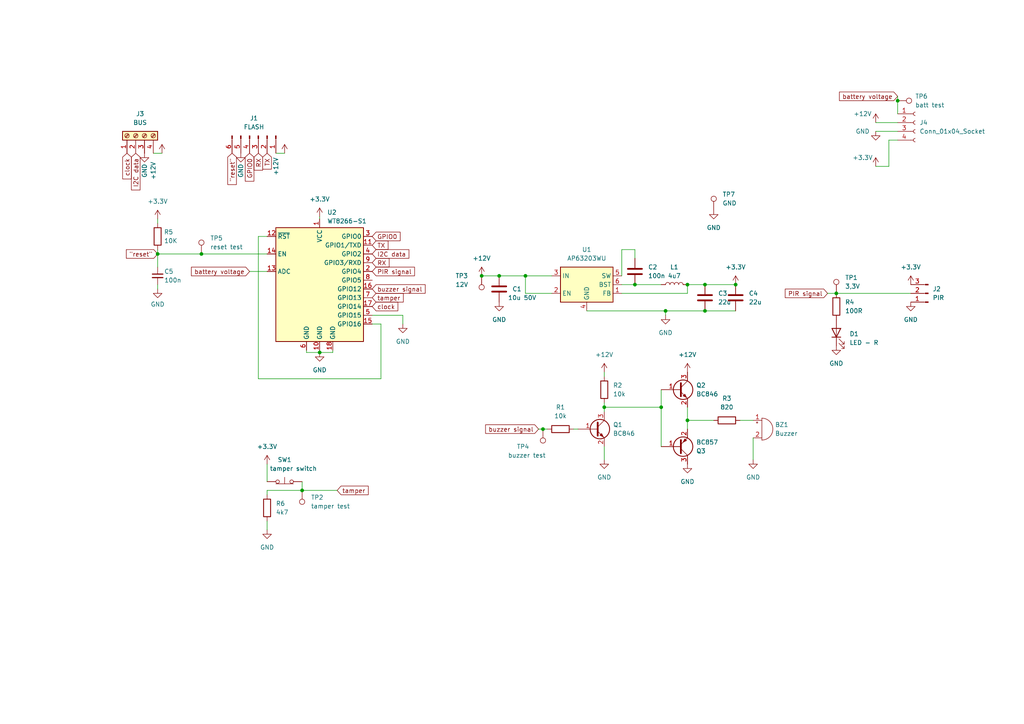
<source format=kicad_sch>
(kicad_sch (version 20230121) (generator eeschema)
  (paper "A4")
  (title_block (title "Q PIR") (rev "5") (company "Radim Kolář, Tomáš Bezányi"))
  (lib_symbols
    (symbol "+12V_1" (power) (pin_numbers hide) (pin_names (offset 0) hide)
      (property "Value" "+12V_1" (at 0 3.556 0))
      (symbol "+12V_1_0_1"
        (polyline (pts (xy -0.762 1.27) (xy 0 2.54)))
        (polyline (pts (xy 0 0) (xy 0 2.54)))
        (polyline (pts (xy 0 2.54) (xy 0.762 1.27)))
      )
      (symbol "+12V_1_1_1"
        (pin power_in line (at 0 0 90) (length 0) hide (name "+12V") (number "1"))
      )
    )
    (symbol "+12V_2" (power) (pin_numbers hide) (pin_names (offset 0) hide)
      (property "Value" "+12V_2" (at 0 3.556 0))
      (symbol "+12V_2_0_1"
        (polyline (pts (xy -0.762 1.27) (xy 0 2.54)))
        (polyline (pts (xy 0 0) (xy 0 2.54)))
        (polyline (pts (xy 0 2.54) (xy 0.762 1.27)))
      )
      (symbol "+12V_2_1_1"
        (pin power_in line (at 0 0 90) (length 0) hide (name "+12V") (number "1"))
      )
    )
    (symbol "+3.3V_1" (power) (pin_numbers hide) (pin_names (offset 0) hide)
      (property "Value" "+3.3V_1" (at 0 3.556 0))
      (symbol "+3.3V_1_0_1"
        (polyline (pts (xy -0.762 1.27) (xy 0 2.54)))
        (polyline (pts (xy 0 0) (xy 0 2.54)))
        (polyline (pts (xy 0 2.54) (xy 0.762 1.27)))
      )
      (symbol "+3.3V_1_1_1"
        (pin power_in line (at 0 0 90) (length 0) hide (name "+3.3V") (number "1"))
      )
    )
    (symbol "+3.3V_2" (power) (pin_names (offset 0))
      (property "Value" "+3.3V_2" (at 0 3.556 0))
      (symbol "+3.3V_2_0_1"
        (polyline (pts (xy -0.762 1.27) (xy 0 2.54)))
        (polyline (pts (xy 0 0) (xy 0 2.54)))
        (polyline (pts (xy 0 2.54) (xy 0.762 1.27)))
      )
      (symbol "+3.3V_2_1_1"
        (pin power_in line (at 0 0 90) (length 0) hide (name "+3.3V") (number "1"))
      )
    )
    (symbol "+3.3V_3" (power) (pin_names (offset 0))
      (property "Value" "+3.3V_3" (at 0 3.556 0))
      (symbol "+3.3V_3_0_1"
        (polyline (pts (xy -0.762 1.27) (xy 0 2.54)))
        (polyline (pts (xy 0 0) (xy 0 2.54)))
        (polyline (pts (xy 0 2.54) (xy 0.762 1.27)))
      )
      (symbol "+3.3V_3_1_1"
        (pin power_in line (at 0 0 90) (length 0) hide (name "+3.3V") (number "1"))
      )
    )
    (symbol "+3.3V_4" (power) (pin_names (offset 0))
      (property "Value" "+3.3V_4" (at 0 3.556 0))
      (symbol "+3.3V_4_0_1"
        (polyline (pts (xy -0.762 1.27) (xy 0 2.54)))
        (polyline (pts (xy 0 0) (xy 0 2.54)))
        (polyline (pts (xy 0 2.54) (xy 0.762 1.27)))
      )
      (symbol "+3.3V_4_1_1"
        (pin power_in line (at 0 0 90) (length 0) hide (name "+3.3V") (number "1"))
      )
    )
    (symbol "Connector:Conn_01x03_Pin" (pin_names (offset 1.016) hide)
      (property "Reference" "J" (at 0 5.08 0))
      (property "Value" "Conn_01x03_Pin" (at 0 -5.08 0))
      (symbol "Conn_01x03_Pin_1_1"
        (polyline (pts (xy 1.27 -2.54) (xy 0.8636 -2.54)) (stroke (width 0.1524)))
        (polyline (pts (xy 1.27 0) (xy 0.8636 0)) (stroke (width 0.1524)))
        (polyline (pts (xy 1.27 2.54) (xy 0.8636 2.54)) (stroke (width 0.1524)))
        (rectangle (start 0.8636 -2.413) (end 0 -2.667) (stroke (width 0.1524)) (fill (type outline)))
        (rectangle (start 0.8636 0.127) (end 0 -0.127) (stroke (width 0.1524)) (fill (type outline)))
        (rectangle (start 0.8636 2.667) (end 0 2.413) (stroke (width 0.1524)) (fill (type outline)))
        (pin passive line (at 5.08 2.54 180) (length 3.81) (name "Pin_1") (number "1"))
        (pin passive line (at 5.08 0 180) (length 3.81) (name "Pin_2") (number "2"))
        (pin passive line (at 5.08 -2.54 180) (length 3.81) (name "Pin_3") (number "3"))
      )
    )
    (symbol "Connector:Conn_01x04_Socket" (pin_names (offset 1.016) hide)
      (property "Reference" "J" (at 0 5.08 0))
      (property "Value" "Conn_01x04_Socket" (at 0 -7.62 0))
      (symbol "Conn_01x04_Socket_1_1"
        (arc (start 0 -4.572) (mid -0.5058 -5.08) (end 0 -5.588) (stroke (width 0.1524)))
        (arc (start 0 -2.032) (mid -0.5058 -2.54) (end 0 -3.048) (stroke (width 0.1524)))
        (polyline (pts (xy -1.27 -5.08) (xy -0.508 -5.08)) (stroke (width 0.1524)))
        (polyline (pts (xy -1.27 -2.54) (xy -0.508 -2.54)) (stroke (width 0.1524)))
        (polyline (pts (xy -1.27 0) (xy -0.508 0)) (stroke (width 0.1524)))
        (polyline (pts (xy -1.27 2.54) (xy -0.508 2.54)) (stroke (width 0.1524)))
        (arc (start 0 0.508) (mid -0.5058 0) (end 0 -0.508) (stroke (width 0.1524)))
        (arc (start 0 3.048) (mid -0.5058 2.54) (end 0 2.032) (stroke (width 0.1524)))
        (pin passive line (at -5.08 2.54 0) (length 3.81) (name "Pin_1") (number "1"))
        (pin passive line (at -5.08 0 0) (length 3.81) (name "Pin_2") (number "2"))
        (pin passive line (at -5.08 -2.54 0) (length 3.81) (name "Pin_3") (number "3"))
        (pin passive line (at -5.08 -5.08 0) (length 3.81) (name "Pin_4") (number "4"))
      )
    )
    (symbol "Connector:Conn_01x06_Pin" (pin_names (offset 1.016) hide)
      (property "Reference" "J" (at 0 7.62 0))
      (property "Value" "Conn_01x06_Pin" (at 0 -10.16 0))
      (symbol "Conn_01x06_Pin_1_1"
        (polyline (pts (xy 1.27 -7.62) (xy 0.8636 -7.62)) (stroke (width 0.1524)))
        (polyline (pts (xy 1.27 -5.08) (xy 0.8636 -5.08)) (stroke (width 0.1524)))
        (polyline (pts (xy 1.27 -2.54) (xy 0.8636 -2.54)) (stroke (width 0.1524)))
        (polyline (pts (xy 1.27 0) (xy 0.8636 0)) (stroke (width 0.1524)))
        (polyline (pts (xy 1.27 2.54) (xy 0.8636 2.54)) (stroke (width 0.1524)))
        (polyline (pts (xy 1.27 5.08) (xy 0.8636 5.08)) (stroke (width 0.1524)))
        (rectangle (start 0.8636 -7.493) (end 0 -7.747) (stroke (width 0.1524)) (fill (type outline)))
        (rectangle (start 0.8636 -4.953) (end 0 -5.207) (stroke (width 0.1524)) (fill (type outline)))
        (rectangle (start 0.8636 -2.413) (end 0 -2.667) (stroke (width 0.1524)) (fill (type outline)))
        (rectangle (start 0.8636 0.127) (end 0 -0.127) (stroke (width 0.1524)) (fill (type outline)))
        (rectangle (start 0.8636 2.667) (end 0 2.413) (stroke (width 0.1524)) (fill (type outline)))
        (rectangle (start 0.8636 5.207) (end 0 4.953) (stroke (width 0.1524)) (fill (type outline)))
        (pin passive line (at 5.08 5.08 180) (length 3.81) (name "Pin_1") (number "1"))
        (pin passive line (at 5.08 2.54 180) (length 3.81) (name "Pin_2") (number "2"))
        (pin passive line (at 5.08 0 180) (length 3.81) (name "Pin_3") (number "3"))
        (pin passive line (at 5.08 -2.54 180) (length 3.81) (name "Pin_4") (number "4"))
        (pin passive line (at 5.08 -5.08 180) (length 3.81) (name "Pin_5") (number "5"))
        (pin passive line (at 5.08 -7.62 180) (length 3.81) (name "Pin_6") (number "6"))
      )
    )
    (symbol "Connector:Screw_Terminal_01x04" (pin_names (offset 1.016) hide)
      (property "Reference" "J" (at 0 5.08 0))
      (property "Value" "Screw_Terminal_01x04" (at 0 -7.62 0))
      (symbol "Screw_Terminal_01x04_1_1"
        (rectangle (start -1.27 3.81) (end 1.27 -6.35) (stroke (width 0.254)) (fill (type background)))
        (circle (center 0 -5.08) (radius 0.635) (stroke (width 0.1524)))
        (circle (center 0 -2.54) (radius 0.635) (stroke (width 0.1524)))
        (polyline (pts (xy -0.5334 -4.7498) (xy 0.3302 -5.588)) (stroke (width 0.1524)))
        (polyline (pts (xy -0.5334 -2.2098) (xy 0.3302 -3.048)) (stroke (width 0.1524)))
        (polyline (pts (xy -0.5334 0.3302) (xy 0.3302 -0.508)) (stroke (width 0.1524)))
        (polyline (pts (xy -0.5334 2.8702) (xy 0.3302 2.032)) (stroke (width 0.1524)))
        (polyline (pts (xy -0.3556 -4.572) (xy 0.508 -5.4102)) (stroke (width 0.1524)))
        (polyline (pts (xy -0.3556 -2.032) (xy 0.508 -2.8702)) (stroke (width 0.1524)))
        (polyline (pts (xy -0.3556 0.508) (xy 0.508 -0.3302)) (stroke (width 0.1524)))
        (polyline (pts (xy -0.3556 3.048) (xy 0.508 2.2098)) (stroke (width 0.1524)))
        (circle (center 0 0) (radius 0.635) (stroke (width 0.1524)))
        (circle (center 0 2.54) (radius 0.635) (stroke (width 0.1524)))
        (pin passive line (at -5.08 2.54 0) (length 3.81) (name "Pin_1") (number "1"))
        (pin passive line (at -5.08 0 0) (length 3.81) (name "Pin_2") (number "2"))
        (pin passive line (at -5.08 -2.54 0) (length 3.81) (name "Pin_3") (number "3"))
        (pin passive line (at -5.08 -5.08 0) (length 3.81) (name "Pin_4") (number "4"))
      )
    )
    (symbol "Connector:TestPoint" (pin_numbers hide) (pin_names (offset 0.762) hide)
      (property "Reference" "TP" (at 0 6.858 0))
      (property "Value" "TestPoint" (at 0 5.08 0))
      (symbol "TestPoint_0_1"
        (circle (center 0 3.302) (radius 0.762))
      )
      (symbol "TestPoint_1_1"
        (pin passive line (at 0 0 90) (length 2.54) (name "1") (number "1"))
      )
    )
    (symbol "Device:Buzzer" (pin_names (offset 0.0254) hide)
      (property "Reference" "BZ" (at 3.81 1.27 0))
      (property "Value" "Buzzer" (at 3.81 -1.27 0))
      (symbol "Buzzer_0_1"
        (arc (start 0 -3.175) (mid 3.1612 0) (end 0 3.175))
        (polyline (pts (xy -1.651 1.905) (xy -1.143 1.905)))
        (polyline (pts (xy -1.397 2.159) (xy -1.397 1.651)))
        (polyline (pts (xy 0 3.175) (xy 0 -3.175)))
      )
      (symbol "Buzzer_1_1"
        (pin passive line (at -2.54 2.54 0) (length 2.54) (name "-") (number "1"))
        (pin passive line (at -2.54 -2.54 0) (length 2.54) (name "+") (number "2"))
      )
    )
    (symbol "Device:C" (pin_numbers hide) (pin_names (offset 0.254))
      (property "Reference" "C" (at 0.635 2.54 0))
      (property "Value" "C" (at 0.635 -2.54 0))
      (symbol "C_0_1"
        (polyline (pts (xy -2.032 -0.762) (xy 2.032 -0.762)) (stroke (width 0.508)))
        (polyline (pts (xy -2.032 0.762) (xy 2.032 0.762)) (stroke (width 0.508)))
      )
      (symbol "C_1_1"
        (pin passive line (at 0 3.81 270) (length 2.794) (name "~") (number "1"))
        (pin passive line (at 0 -3.81 90) (length 2.794) (name "~") (number "2"))
      )
    )
    (symbol "Device:C_Small" (pin_numbers hide) (pin_names (offset 0.254) hide)
      (property "Reference" "C" (at 0.254 1.778 0))
      (property "Value" "C_Small" (at 0.254 -2.032 0))
      (symbol "C_Small_0_1"
        (polyline (pts (xy -1.524 -0.508) (xy 1.524 -0.508)) (stroke (width 0.3302)))
        (polyline (pts (xy -1.524 0.508) (xy 1.524 0.508)) (stroke (width 0.3048)))
      )
      (symbol "C_Small_1_1"
        (pin passive line (at 0 2.54 270) (length 2.032) (name "~") (number "1"))
        (pin passive line (at 0 -2.54 90) (length 2.032) (name "~") (number "2"))
      )
    )
    (symbol "Device:L" (pin_numbers hide) (pin_names (offset 1.016) hide)
      (property "Reference" "L" (at -1.27 0 90))
      (property "Value" "L" (at 1.905 0 90))
      (symbol "L_0_1"
        (arc (start 0 -2.54) (mid 0.6323 -1.905) (end 0 -1.27))
        (arc (start 0 -1.27) (mid 0.6323 -0.635) (end 0 0))
        (arc (start 0 0) (mid 0.6323 0.635) (end 0 1.27))
        (arc (start 0 1.27) (mid 0.6323 1.905) (end 0 2.54))
      )
      (symbol "L_1_1"
        (pin passive line (at 0 3.81 270) (length 1.27) (name "1") (number "1"))
        (pin passive line (at 0 -3.81 90) (length 1.27) (name "2") (number "2"))
      )
    )
    (symbol "Device:LED" (pin_numbers hide) (pin_names (offset 1.016) hide)
      (property "Reference" "D" (at 0 2.54 0))
      (property "Value" "LED" (at 0 -2.54 0))
      (symbol "LED_0_1"
        (polyline (pts (xy -1.27 -1.27) (xy -1.27 1.27)) (stroke (width 0.254)))
        (polyline (pts (xy -1.27 0) (xy 1.27 0)))
        (polyline (pts (xy 1.27 -1.27) (xy 1.27 1.27) (xy -1.27 0) (xy 1.27 -1.27)) (stroke (width 0.254)))
        (polyline (pts (xy -3.048 -0.762) (xy -4.572 -2.286) (xy -3.81 -2.286) (xy -4.572 -2.286) (xy -4.572 -1.524)))
        (polyline (pts (xy -1.778 -0.762) (xy -3.302 -2.286) (xy -2.54 -2.286) (xy -3.302 -2.286) (xy -3.302 -1.524)))
      )
      (symbol "LED_1_1"
        (pin passive line (at -3.81 0 0) (length 2.54) (name "K") (number "1"))
        (pin passive line (at 3.81 0 180) (length 2.54) (name "A") (number "2"))
      )
    )
    (symbol "Device:R" (pin_numbers hide) (pin_names (offset 0))
      (property "Reference" "R" (at 2.032 0 90))
      (property "Value" "R" (at 0 0 90))
      (symbol "R_0_1"
        (rectangle (start -1.016 -2.54) (end 1.016 2.54) (stroke (width 0.254)))
      )
      (symbol "R_1_1"
        (pin passive line (at 0 3.81 270) (length 1.27) (name "~") (number "1"))
        (pin passive line (at 0 -3.81 90) (length 1.27) (name "~") (number "2"))
      )
    )
    (symbol "GND_1" (power) (pin_numbers hide) (pin_names (offset 0) hide)
      (property "Value" "GND_1" (at 0 -3.81 0))
      (symbol "GND_1_0_1"
        (polyline (pts (xy 0 0) (xy 0 -1.27) (xy 1.27 -1.27) (xy 0 -2.54) (xy -1.27 -1.27) (xy 0 -1.27)))
      )
      (symbol "GND_1_1_1"
        (pin power_in line (at 0 0 270) (length 0) hide (name "GND") (number "1"))
      )
    )
    (symbol "GND_2" (power) (pin_numbers hide) (pin_names (offset 0) hide)
      (property "Value" "GND_2" (at 0 -3.81 0))
      (symbol "GND_2_0_1"
        (polyline (pts (xy 0 0) (xy 0 -1.27) (xy 1.27 -1.27) (xy 0 -2.54) (xy -1.27 -1.27) (xy 0 -1.27)))
      )
      (symbol "GND_2_1_1"
        (pin power_in line (at 0 0 270) (length 0) hide (name "GND") (number "1"))
      )
    )
    (symbol "GND_3" (power) (pin_numbers hide) (pin_names (offset 0) hide)
      (property "Value" "GND_3" (at 0 -3.81 0))
      (symbol "GND_3_0_1"
        (polyline (pts (xy 0 0) (xy 0 -1.27) (xy 1.27 -1.27) (xy 0 -2.54) (xy -1.27 -1.27) (xy 0 -1.27)))
      )
      (symbol "GND_3_1_1"
        (pin power_in line (at 0 0 270) (length 0) hide (name "GND") (number "1"))
      )
    )
    (symbol "GND_4" (power) (pin_numbers hide) (pin_names (offset 0) hide)
      (property "Value" "GND_4" (at 0 -3.81 0))
      (symbol "GND_4_0_1"
        (polyline (pts (xy 0 0) (xy 0 -1.27) (xy 1.27 -1.27) (xy 0 -2.54) (xy -1.27 -1.27) (xy 0 -1.27)))
      )
      (symbol "GND_4_1_1"
        (pin power_in line (at 0 0 270) (length 0) hide (name "GND") (number "1"))
      )
    )
    (symbol "GND_5" (power) (pin_numbers hide) (pin_names (offset 0) hide)
      (property "Value" "GND_5" (at 0 -3.81 0))
      (symbol "GND_5_0_1"
        (polyline (pts (xy 0 0) (xy 0 -1.27) (xy 1.27 -1.27) (xy 0 -2.54) (xy -1.27 -1.27) (xy 0 -1.27)))
      )
      (symbol "GND_5_1_1"
        (pin power_in line (at 0 0 270) (length 0) hide (name "GND") (number "1"))
      )
    )
    (symbol "GND_6" (power) (pin_names (offset 0))
      (property "Value" "GND_6" (at 0 -3.81 0))
      (symbol "GND_6_0_1"
        (polyline (pts (xy 0 0) (xy 0 -1.27) (xy 1.27 -1.27) (xy 0 -2.54) (xy -1.27 -1.27) (xy 0 -1.27)))
      )
      (symbol "GND_6_1_1"
        (pin power_in line (at 0 0 270) (length 0) hide (name "GND") (number "1"))
      )
    )
    (symbol "GND_7" (power) (pin_names (offset 0))
      (property "Value" "GND_7" (at 0 -3.81 0))
      (symbol "GND_7_0_1"
        (polyline (pts (xy 0 0) (xy 0 -1.27) (xy 1.27 -1.27) (xy 0 -2.54) (xy -1.27 -1.27) (xy 0 -1.27)))
      )
      (symbol "GND_7_1_1"
        (pin power_in line (at 0 0 270) (length 0) hide (name "GND") (number "1"))
      )
    )
    (symbol "GND_8" (power) (pin_names (offset 0))
      (property "Value" "GND_8" (at 0 -3.81 0))
      (symbol "GND_8_0_1"
        (polyline (pts (xy 0 0) (xy 0 -1.27) (xy 1.27 -1.27) (xy 0 -2.54) (xy -1.27 -1.27) (xy 0 -1.27)))
      )
      (symbol "GND_8_1_1"
        (pin power_in line (at 0 0 270) (length 0) hide (name "GND") (number "1"))
      )
    )
    (symbol "GND_9" (power) (pin_names (offset 0))
      (property "Value" "GND_9" (at 0 -3.81 0))
      (symbol "GND_9_0_1"
        (polyline (pts (xy 0 0) (xy 0 -1.27) (xy 1.27 -1.27) (xy 0 -2.54) (xy -1.27 -1.27) (xy 0 -1.27)))
      )
      (symbol "GND_9_1_1"
        (pin power_in line (at 0 0 270) (length 0) hide (name "GND") (number "1"))
      )
    )
    (symbol "Regulator_Switching:AP63203WU"
      (property "Reference" "U" (at -7.62 6.35 0))
      (property "Value" "AP63203WU" (at 2.54 6.35 0))
      (symbol "AP63203WU_0_1"
        (rectangle (start -7.62 5.08) (end 7.62 -5.08) (stroke (width 0.254)) (fill (type background)))
      )
      (symbol "AP63203WU_1_1"
        (pin input line (at 10.16 -2.54 180) (length 2.54) (name "FB") (number "1"))
        (pin input line (at -10.16 -2.54 0) (length 2.54) (name "EN") (number "2"))
        (pin power_in line (at -10.16 2.54 0) (length 2.54) (name "IN") (number "3"))
        (pin power_in line (at 0 -7.62 90) (length 2.54) (name "GND") (number "4"))
        (pin output line (at 10.16 2.54 180) (length 2.54) (name "SW") (number "5"))
        (pin passive line (at 10.16 0 180) (length 2.54) (name "BST") (number "6"))
      )
    )
    (symbol "Switch:SW_Push_Open" (pin_numbers hide) (pin_names (offset 1.016) hide)
      (property "Reference" "SW" (at 0 2.54 0))
      (property "Value" "SW_Push_Open" (at 0 -1.905 0))
      (symbol "SW_Push_Open_0_1"
        (circle (center -2.032 0) (radius 0.508))
        (polyline (pts (xy -2.54 -0.635) (xy 2.54 -0.635)))
        (polyline (pts (xy 0 -0.635) (xy 0 1.27)))
        (circle (center 2.032 0) (radius 0.508))
        (pin passive line (at -5.08 0 0) (length 2.54) (name "A") (number "1"))
      )
      (symbol "SW_Push_Open_1_1"
        (pin passive line (at 5.08 0 180) (length 2.54) (name "B") (number "2"))
      )
    )
    (symbol "Transistor_BJT:BC846" (pin_names (offset 0) hide)
      (property "Reference" "Q" (at 5.08 1.905 0))
      (property "Value" "BC846" (at 5.08 0 0))
      (symbol "BC846_0_1"
        (polyline (pts (xy 0.635 0.635) (xy 2.54 2.54)))
        (polyline (pts (xy 0.635 -0.635) (xy 2.54 -2.54) (xy 2.54 -2.54)))
        (polyline (pts (xy 0.635 1.905) (xy 0.635 -1.905) (xy 0.635 -1.905)) (stroke (width 0.508)))
        (polyline (pts (xy 1.27 -1.778) (xy 1.778 -1.27) (xy 2.286 -2.286) (xy 1.27 -1.778) (xy 1.27 -1.778)) (fill (type outline)))
        (circle (center 1.27 0) (radius 2.8194) (stroke (width 0.254)))
      )
      (symbol "BC846_1_1"
        (pin input line (at -5.08 0 0) (length 5.715) (name "B") (number "1"))
        (pin passive line (at 2.54 -5.08 90) (length 2.54) (name "E") (number "2"))
        (pin passive line (at 2.54 5.08 270) (length 2.54) (name "C") (number "3"))
      )
    )
    (symbol "Transistor_BJT:BC857" (pin_names (offset 0) hide)
      (property "Reference" "Q" (at 5.08 1.905 0))
      (property "Value" "BC857" (at 5.08 0 0))
      (symbol "BC857_0_1"
        (polyline (pts (xy 0.635 0.635) (xy 2.54 2.54)))
        (polyline (pts (xy 0.635 -0.635) (xy 2.54 -2.54) (xy 2.54 -2.54)))
        (polyline (pts (xy 0.635 1.905) (xy 0.635 -1.905) (xy 0.635 -1.905)) (stroke (width 0.508)))
        (polyline (pts (xy 2.286 -1.778) (xy 1.778 -2.286) (xy 1.27 -1.27) (xy 2.286 -1.778) (xy 2.286 -1.778)) (fill (type outline)))
        (circle (center 1.27 0) (radius 2.8194) (stroke (width 0.254)))
      )
      (symbol "BC857_1_1"
        (pin input line (at -5.08 0 0) (length 5.715) (name "B") (number "1"))
        (pin passive line (at 2.54 -5.08 90) (length 2.54) (name "E") (number "2"))
        (pin passive line (at 2.54 5.08 270) (length 2.54) (name "C") (number "3"))
      )
    )
    (symbol "WT8266:WT8266-S1"
      (property "Reference" "U" (at -12.7 19.05 0))
      (property "Value" "WT8266-S1" (at 12.7 19.05 0))
      (symbol "WT8266-S1_0_1"
        (rectangle (start -12.7 17.78) (end 12.7 -15.24) (stroke (width 0.254)) (fill (type background)))
      )
      (symbol "WT8266-S1_1_1"
        (pin power_in line (at 0 20.32 270) (length 2.54) (name "VCC") (number "1"))
        (pin power_in line (at 0 -17.78 90) (length 2.54) (name "GND") (number "10"))
        (pin bidirectional line (at 15.24 12.7 180) (length 2.54) (name "GPIO1/TXD") (number "11"))
        (pin input line (at -15.24 15.24 0) (length 2.54) (name "~{RST}") (number "12"))
        (pin input line (at -15.24 5.08 0) (length 2.54) (name "ADC") (number "13"))
        (pin input line (at -15.24 10.16 0) (length 2.54) (name "EN") (number "14"))
        (pin bidirectional line (at 15.24 -10.16 180) (length 2.54) (name "GPIO16") (number "15"))
        (pin bidirectional line (at 15.24 0 180) (length 2.54) (name "GPIO12") (number "16"))
        (pin bidirectional line (at 15.24 -5.08 180) (length 2.54) (name "GPIO14") (number "17"))
        (pin power_in line (at 3.81 -17.78 90) (length 2.54) (name "GND") (number "18"))
        (pin bidirectional line (at 15.24 5.08 180) (length 2.54) (name "GPIO4") (number "2"))
        (pin bidirectional line (at 15.24 15.24 180) (length 2.54) (name "GPIO0") (number "3"))
        (pin bidirectional line (at 15.24 10.16 180) (length 2.54) (name "GPIO2") (number "4"))
        (pin bidirectional line (at 15.24 -7.62 180) (length 2.54) (name "GPIO15") (number "5"))
        (pin power_in line (at -3.81 -17.78 90) (length 2.54) (name "GND") (number "6"))
        (pin bidirectional line (at 15.24 -2.54 180) (length 2.54) (name "GPIO13") (number "7"))
        (pin bidirectional line (at 15.24 2.54 180) (length 2.54) (name "GPIO5") (number "8"))
        (pin bidirectional line (at 15.24 7.62 180) (length 2.54) (name "GPIO3/RXD") (number "9"))
      )
    )
    (symbol "power:+12V" (power) (pin_names (offset 0))
      (property "Value" "+12V" (at 0 3.556 0))
      (symbol "+12V_0_1"
        (polyline (pts (xy -0.762 1.27) (xy 0 2.54)))
        (polyline (pts (xy 0 0) (xy 0 2.54)))
        (polyline (pts (xy 0 2.54) (xy 0.762 1.27)))
      )
      (symbol "+12V_1_1"
        (pin power_in line (at 0 0 90) (length 0) hide (name "+12V") (number "1"))
      )
    )
    (symbol "power:+3.3V" (power) (pin_numbers hide) (pin_names (offset 0) hide)
      (property "Value" "+3.3V" (at 0 3.556 0))
      (symbol "+3.3V_0_1"
        (polyline (pts (xy -0.762 1.27) (xy 0 2.54)))
        (polyline (pts (xy 0 0) (xy 0 2.54)))
        (polyline (pts (xy 0 2.54) (xy 0.762 1.27)))
      )
      (symbol "+3.3V_1_1"
        (pin power_in line (at 0 0 90) (length 0) hide (name "+3.3V") (number "1"))
      )
    )
    (symbol "power:GND" (power) (pin_numbers hide) (pin_names (offset 0) hide)
      (property "Value" "GND" (at 0 -3.81 0))
      (symbol "GND_0_1"
        (polyline (pts (xy 0 0) (xy 0 -1.27) (xy 1.27 -1.27) (xy 0 -2.54) (xy -1.27 -1.27) (xy 0 -1.27)))
      )
      (symbol "GND_1_1"
        (pin power_in line (at 0 0 270) (length 0) hide (name "GND") (number "1"))
      )
    )
  )
  (junction (at 199.39 121.92))
  (junction (at 213.36 82.55))
  (junction (at 193.04 90.17))
  (junction (at 144.78 80.01))
  (junction (at 152.4 80.01))
  (junction (at 92.71 102.235))
  (junction (at 58.42 73.66))
  (junction (at 204.47 90.17))
  (junction (at 139.7 80.01))
  (junction (at 199.39 82.55))
  (junction (at 260.35 29.21))
  (junction (at 87.63 142.24))
  (junction (at 184.15 82.55))
  (junction (at 242.57 85.09))
  (junction (at 45.72 73.66))
  (junction (at 157.48 124.46))
  (junction (at 175.26 118.11))
  (junction (at 191.77 118.11))
  (junction (at 204.47 82.55))
  (wire (pts (xy 92.71 101.6) (xy 92.71 102.235)))
  (wire (pts (xy 160.02 85.09) (xy 152.4 85.09)))
  (wire (pts (xy 193.04 90.17) (xy 193.04 91.44)))
  (wire (pts (xy 80.01 44.45) (xy 82.55 44.45)))
  (wire (pts (xy 152.4 80.01) (xy 160.02 80.01)))
  (wire (pts (xy 175.26 107.95) (xy 175.26 109.22)))
  (wire (pts (xy 97.79 142.24) (xy 87.63 142.24)))
  (wire (pts (xy 92.71 63.5) (xy 92.71 62.865)))
  (wire (pts (xy 116.84 91.44) (xy 116.84 93.98)))
  (wire (pts (xy 74.93 109.855) (xy 74.93 68.58)))
  (wire (pts (xy 254 48.26) (xy 257.81 48.26)))
  (wire (pts (xy 74.93 68.58) (xy 77.47 68.58)))
  (wire (pts (xy 199.39 118.11) (xy 199.39 121.92)))
  (wire (pts (xy 45.72 72.39) (xy 45.72 73.66)))
  (wire (pts (xy 260.35 29.21) (xy 260.35 33.02)))
  (wire (pts (xy 166.37 124.46) (xy 167.64 124.46)))
  (wire (pts (xy 207.01 121.92) (xy 199.39 121.92)))
  (wire (pts (xy 175.26 118.11) (xy 175.26 116.84)))
  (wire (pts (xy 107.95 93.98) (xy 110.49 93.98)))
  (wire (pts (xy 204.47 90.17) (xy 213.36 90.17)))
  (wire (pts (xy 107.95 91.44) (xy 116.84 91.44)))
  (wire (pts (xy 88.9 102.235) (xy 92.71 102.235)))
  (wire (pts (xy 45.72 63.5) (xy 45.72 64.77)))
  (wire (pts (xy 45.72 82.55) (xy 45.72 83.82)))
  (wire (pts (xy 157.48 124.46) (xy 158.75 124.46)))
  (wire (pts (xy 254 35.56) (xy 260.35 35.56)))
  (wire (pts (xy 45.72 73.66) (xy 58.42 73.66)))
  (wire (pts (xy 139.7 80.01) (xy 144.78 80.01)))
  (wire (pts (xy 240.03 85.09) (xy 242.57 85.09)))
  (wire (pts (xy 180.34 80.01) (xy 180.34 72.39)))
  (wire (pts (xy 260.35 40.64) (xy 257.81 40.64)))
  (wire (pts (xy 144.78 80.01) (xy 152.4 80.01)))
  (wire (pts (xy 175.26 118.11) (xy 191.77 118.11)))
  (wire (pts (xy 214.63 121.92) (xy 218.44 121.92)))
  (wire (pts (xy 184.15 82.55) (xy 191.77 82.55)))
  (wire (pts (xy 77.47 142.24) (xy 87.63 142.24)))
  (wire (pts (xy 184.15 82.55) (xy 180.34 82.55)))
  (wire (pts (xy 72.39 78.74) (xy 77.47 78.74)))
  (wire (pts (xy 204.47 82.55) (xy 213.36 82.55)))
  (wire (pts (xy 191.77 113.03) (xy 191.77 118.11)))
  (wire (pts (xy 199.39 82.55) (xy 199.39 85.09)))
  (wire (pts (xy 170.18 90.17) (xy 193.04 90.17)))
  (wire (pts (xy 199.39 82.55) (xy 204.47 82.55)))
  (wire (pts (xy 152.4 85.09) (xy 152.4 80.01)))
  (wire (pts (xy 110.49 93.98) (xy 110.49 109.855)))
  (wire (pts (xy 77.47 143.51) (xy 77.47 142.24)))
  (wire (pts (xy 260.35 27.94) (xy 260.35 29.21)))
  (wire (pts (xy 204.47 90.17) (xy 193.04 90.17)))
  (wire (pts (xy 184.15 72.39) (xy 184.15 74.93)))
  (wire (pts (xy 45.72 73.66) (xy 45.72 77.47)))
  (wire (pts (xy 77.47 151.13) (xy 77.47 153.67)))
  (wire (pts (xy 180.34 85.09) (xy 199.39 85.09)))
  (wire (pts (xy 77.47 139.7) (xy 77.47 134.62)))
  (wire (pts (xy 58.42 73.66) (xy 77.47 73.66)))
  (wire (pts (xy 180.34 72.39) (xy 184.15 72.39)))
  (wire (pts (xy 156.21 124.46) (xy 157.48 124.46)))
  (wire (pts (xy 175.26 119.38) (xy 175.26 118.11)))
  (wire (pts (xy 191.77 118.11) (xy 191.77 129.54)))
  (wire (pts (xy 92.71 102.235) (xy 96.52 102.235)))
  (wire (pts (xy 199.39 121.92) (xy 199.39 124.46)))
  (wire (pts (xy 175.26 129.54) (xy 175.26 133.35)))
  (wire (pts (xy 44.45 44.45) (xy 46.99 44.45)))
  (wire (pts (xy 254 38.1) (xy 260.35 38.1)))
  (wire (pts (xy 96.52 101.6) (xy 96.52 102.235)))
  (wire (pts (xy 257.81 40.64) (xy 257.81 48.26)))
  (wire (pts (xy 110.49 109.855) (xy 74.93 109.855)))
  (wire (pts (xy 242.57 85.09) (xy 264.16 85.09)))
  (wire (pts (xy 88.9 101.6) (xy 88.9 102.235)))
  (wire (pts (xy 87.63 142.24) (xy 87.63 139.7)))
  (wire (pts (xy 218.44 133.35) (xy 218.44 127)))
  (global_label "RX" (shape input) (at 107.95 76.2 0) (property "Intersheetrefs" "${INTERSHEET_REFS}" (effects hide)))
  (global_label "\"reset\"" (shape input) (at 45.72 73.66 180) (property "Intersheetrefs" "${INTERSHEET_REFS}" (effects hide)))
  (global_label "RX" (shape input) (at 74.93 44.45 270) (property "Intersheetrefs" "${INTERSHEET_REFS}" (effects hide)))
  (global_label "TX" (shape input) (at 107.95 71.12 0) (property "Intersheetrefs" "${INTERSHEET_REFS}" (effects hide)))
  (global_label "clock" (shape input) (at 107.95 88.9 0) (property "Intersheetrefs" "${INTERSHEET_REFS}" (effects hide)))
  (global_label "PIR signal" (shape input) (at 107.95 78.74 0) (property "Intersheetrefs" "${INTERSHEET_REFS}" (effects hide)))
  (global_label "PIR signal" (shape input) (at 240.03 85.09 180) (property "Intersheetrefs" "${INTERSHEET_REFS}" (effects hide)))
  (global_label "tamper" (shape input) (at 97.79 142.24 0) (property "Intersheetrefs" "${INTERSHEET_REFS}" (effects hide)))
  (global_label "clock" (shape input) (at 36.83 44.45 270) (property "Intersheetrefs" "${INTERSHEET_REFS}" (effects hide)))
  (global_label "battery voltage" (shape input) (at 260.35 27.94 180) (property "Intersheetrefs" "${INTERSHEET_REFS}" (effects hide)))
  (global_label "battery voltage" (shape input) (at 72.39 78.74 180) (property "Intersheetrefs" "${INTERSHEET_REFS}" (effects hide)))
  (global_label "TX" (shape input) (at 77.47 44.45 270) (property "Intersheetrefs" "${INTERSHEET_REFS}" (effects hide)))
  (global_label "tamper" (shape input) (at 107.95 86.36 0) (property "Intersheetrefs" "${INTERSHEET_REFS}" (effects hide)))
  (global_label "GPIO0" (shape input) (at 72.39 44.45 270) (property "Intersheetrefs" "${INTERSHEET_REFS}" (effects hide)))
  (global_label "I2C data" (shape input) (at 107.95 73.66 0) (property "Intersheetrefs" "${INTERSHEET_REFS}" (effects hide)))
  (global_label "\"reset\"" (shape input) (at 67.31 44.45 270) (property "Intersheetrefs" "${INTERSHEET_REFS}" (effects hide)))
  (global_label "buzzer signal" (shape input) (at 156.21 124.46 180) (property "Intersheetrefs" "${INTERSHEET_REFS}" (effects hide)))
  (global_label "I2C data" (shape input) (at 39.37 44.45 270) (property "Intersheetrefs" "${INTERSHEET_REFS}" (effects hide)))
  (global_label "buzzer signal" (shape input) (at 107.95 83.82 0) (property "Intersheetrefs" "${INTERSHEET_REFS}" (effects hide)))
  (global_label "GPIO0" (shape input) (at 107.95 68.58 0) (property "Intersheetrefs" "${INTERSHEET_REFS}" (effects hide)))
  (symbol (lib_name "+12V_2") (lib_id "power:+12V") (at 175.26 107.95 0) (unit 1)
    (property "Reference" "#PWR010" (effects hide))
    (property "Value" "+12V" (at 175.26 102.87 0))
  )
  (symbol (lib_name "GND_7") (lib_id "power:GND") (at 254 38.1 0) (unit 1)
    (property "Reference" "#PWR024" (effects hide))
    (property "Value" "GND" (at 250.19 38.1 0))
  )
  (symbol (lib_id "Device:R") (at 162.56 124.46 90) (unit 1)
    (property "Reference" "R1" (at 162.56 118.11 90))
    (property "Value" "10k" (at 162.56 120.65 90))
    (property "Footprint" "Resistor_SMD:R_0603_1608Metric" (effects hide))
  )
  (symbol (lib_id "Connector:Conn_01x03_Pin") (at 269.24 85.09 180) (unit 1)
    (property "Reference" "J2" (at 270.51 83.82 0) (effects (justify right)))
    (property "Value" "PIR" (at 270.51 86.36 0) (effects (justify right)))
    (property "Footprint" "Connector_PinSocket_2.54mm:PinSocket_1x03_P2.54mm_Vertical" (effects hide))
  )
  (symbol (lib_name "GND_6") (lib_id "power:GND") (at 77.47 153.67 0) (unit 1)
    (property "Reference" "#PWR022" (effects hide))
    (property "Value" "GND" (at 77.47 158.75 0))
  )
  (symbol (lib_id "power:GND") (at 144.78 87.63 0) (unit 1)
    (property "Reference" "#PWR01" (effects hide))
    (property "Value" "GND" (at 144.78 92.71 0))
  )
  (symbol (lib_id "Connector:TestPoint") (at 58.42 73.66 0) (unit 1)
    (property "Reference" "TP5" (at 60.96 69.088 0) (effects (justify left)))
    (property "Value" "reset test" (at 60.96 71.628 0) (effects (justify left)))
    (property "Footprint" "TestPoint:TestPoint_Pad_1.5x1.5mm" (effects hide))
  )
  (symbol (lib_id "Transistor_BJT:BC846") (at 172.72 124.46 0) (unit 1)
    (property "Reference" "Q1" (at 177.8 123.19 0) (effects (justify left)))
    (property "Value" "BC846" (at 177.8 125.73 0) (effects (justify left)))
    (property "Footprint" "Package_TO_SOT_SMD:SOT-23" (effects hide))
    (property "Datasheet" "https://assets.nexperia.com/documents/data-sheet/BC846_SER.pdf" (effects hide))
  )
  (symbol (lib_id "WT8266:WT8266-S1") (at 92.71 83.82 0) (unit 1)
    (property "Reference" "U2" (at 94.9041 61.595 0) (effects (justify left)))
    (property "Value" "WT8266-S1" (at 94.9041 64.135 0) (effects (justify left)))
    (property "Footprint" "WT8266:WT8266-S1" (effects hide))
    (property "Datasheet" "https://botland.cz/index.php?controller=attachment&id_attachment=1796" (effects hide))
  )
  (symbol (lib_id "Device:L") (at 195.58 82.55 90) (unit 1)
    (property "Reference" "L1" (at 195.58 77.47 90))
    (property "Value" "4u7" (at 195.58 80.01 90))
    (property "Footprint" "Inductor_SMD:L_Ferrocore_DLG-0504" (effects hide))
    (property "Datasheet" "https://www.tme.eu/Document/bda580f72a60a2225c2f6576c2740ae1/dlg-0504.pdf" (effects hide))
  )
  (symbol (lib_name "+3.3V_2") (lib_id "power:+3.3V") (at 45.72 63.5 0) (unit 1)
    (property "Reference" "#PWR018" (effects hide))
    (property "Value" "+3.3V" (at 45.72 58.42 0))
  )
  (symbol (lib_id "power:+12V") (at 254 35.56 0) (unit 1)
    (property "Reference" "#PWR023" (effects hide))
    (property "Value" "+12V" (at 250.19 33.02 0))
  )
  (symbol (lib_name "+12V_2") (lib_id "power:+12V") (at 199.39 107.95 0) (unit 1)
    (property "Reference" "#PWR011" (effects hide))
    (property "Value" "+12V" (at 199.39 102.87 0))
  )
  (symbol (lib_id "Connector:Conn_01x04_Socket") (at 265.43 35.56 0) (unit 1)
    (property "Reference" "J4" (at 266.7 35.56 0) (effects (justify left)))
    (property "Value" "Conn_01x04_Socket" (at 266.7 38.1 0) (effects (justify left)))
    (property "Footprint" "Connector_PinSocket_2.54mm:PinSocket_1x04_P2.54mm_Horizontal" (effects hide))
  )
  (symbol (lib_name "GND_8") (lib_id "power:GND") (at 207.01 60.96 0) (unit 1)
    (property "Reference" "#PWR026" (effects hide))
    (property "Value" "GND" (at 207.01 66.04 0))
  )
  (symbol (lib_name "+3.3V_3") (lib_id "power:+3.3V") (at 77.47 134.62 0) (unit 1)
    (property "Reference" "#PWR021" (effects hide))
    (property "Value" "+3.3V" (at 77.47 129.54 0))
  )
  (symbol (lib_id "Transistor_BJT:BC846") (at 196.85 113.03 0) (unit 1)
    (property "Reference" "Q2" (at 201.93 111.76 0) (effects (justify left)))
    (property "Value" "BC846" (at 201.93 114.3 0) (effects (justify left)))
    (property "Footprint" "Package_TO_SOT_SMD:SOT-23" (effects hide))
    (property "Datasheet" "https://assets.nexperia.com/documents/data-sheet/BC846_SER.pdf" (effects hide))
  )
  (symbol (lib_id "Device:C") (at 144.78 83.82 0) (unit 1)
    (property "Reference" "C1" (at 148.59 83.82 0) (effects (justify left)))
    (property "Value" "10u 50V" (at 147.32 86.36 0) (effects (justify left)))
    (property "Footprint" "Capacitor_SMD:CP_Elec_5x5.3" (effects hide))
    (property "Datasheet" "https://www.tme.eu/Document/aac1e387ce18b346062dc6a9fcbcf88f/sc.pdf" (effects hide))
  )
  (symbol (lib_id "Connector:TestPoint") (at 207.01 60.96 0) (unit 1)
    (property "Reference" "TP7" (at 209.55 56.388 0) (effects (justify left)))
    (property "Value" "GND" (at 209.55 58.928 0) (effects (justify left)))
    (property "Footprint" "TestPoint:TestPoint_Pad_1.5x1.5mm" (effects hide))
  )
  (symbol (lib_name "GND_2") (lib_id "power:GND") (at 69.85 44.45 0) (unit 1)
    (property "Reference" "#PWR04" (effects hide))
    (property "Value" "GND" (at 69.85 49.53 90))
  )
  (symbol (lib_name "GND_2") (lib_id "power:GND") (at 218.44 133.35 0) (unit 1)
    (property "Reference" "#PWR06" (effects hide))
    (property "Value" "GND" (at 218.44 138.43 0))
  )
  (symbol (lib_id "Transistor_BJT:BC857") (at 196.85 129.54 0) (mirror x) (unit 1)
    (property "Reference" "Q3" (at 201.93 130.81 0) (effects (justify left)))
    (property "Value" "BC857" (at 201.93 128.27 0) (effects (justify left)))
    (property "Footprint" "Package_TO_SOT_SMD:SOT-23" (effects hide))
    (property "Datasheet" "https://www.onsemi.com/pub/Collateral/BC860-D.pdf" (effects hide))
  )
  (symbol (lib_name "+3.3V_4") (lib_id "power:+3.3V") (at 254 48.26 0) (unit 1)
    (property "Reference" "#PWR025" (effects hide))
    (property "Value" "+3.3V" (at 250.19 45.72 0))
  )
  (symbol (lib_id "power:GND") (at 45.72 83.82 0) (unit 1)
    (property "Reference" "#PWR019" (effects hide))
    (property "Value" "GND" (at 45.72 88.265 0))
  )
  (symbol (lib_id "Connector:TestPoint") (at 260.35 29.21 270) (unit 1)
    (property "Reference" "TP6" (at 265.43 27.94 90) (effects (justify left)))
    (property "Value" "batt test" (at 265.43 30.48 90) (effects (justify left)))
    (property "Footprint" "TestPoint:TestPoint_Pad_1.5x1.5mm" (effects hide))
  )
  (symbol (lib_id "power:+3.3V") (at 92.71 62.865 0) (unit 1)
    (property "Reference" "#PWR07" (effects hide))
    (property "Value" "+3.3V" (at 92.71 57.785 0))
  )
  (symbol (lib_id "Device:R") (at 77.47 147.32 0) (unit 1)
    (property "Reference" "R6" (at 80.01 146.05 0) (effects (justify left)))
    (property "Value" "4k7" (at 80.01 148.59 0) (effects (justify left)))
    (property "Footprint" "Resistor_SMD:R_0603_1608Metric" (effects hide))
  )
  (symbol (lib_id "Device:C") (at 184.15 78.74 0) (unit 1)
    (property "Reference" "C2" (at 187.96 77.47 0) (effects (justify left)))
    (property "Value" "100n" (at 187.96 80.01 0) (effects (justify left)))
    (property "Footprint" "Capacitor_SMD:C_0603_1608Metric" (effects hide))
    (property "Datasheet" "https://www.tme.eu/Document/aac1e387ce18b346062dc6a9fcbcf88f/sc.pdf" (effects hide))
  )
  (symbol (lib_id "Device:R") (at 45.72 68.58 180) (unit 1)
    (property "Reference" "R5" (at 48.895 67.31 0))
    (property "Value" "10K" (at 49.53 69.85 0))
    (property "Footprint" "Resistor_SMD:R_0603_1608Metric" (effects hide))
  )
  (symbol (lib_name "+12V_2") (lib_id "power:+12V") (at 139.7 80.01 0) (unit 1)
    (property "Reference" "#PWR03" (effects hide))
    (property "Value" "+12V" (at 139.7 74.93 0))
  )
  (symbol (lib_name "GND_2") (lib_id "power:GND") (at 199.39 134.62 0) (unit 1)
    (property "Reference" "#PWR05" (effects hide))
    (property "Value" "GND" (at 199.39 139.7 0))
  )
  (symbol (lib_name "GND_4") (lib_id "power:GND") (at 264.16 87.63 0) (unit 1)
    (property "Reference" "#PWR012" (effects hide))
    (property "Value" "GND" (at 264.16 92.71 0))
  )
  (symbol (lib_id "Device:Buzzer") (at 220.98 124.46 0) (unit 1)
    (property "Reference" "BZ1" (at 224.79 123.19 0) (effects (justify left)))
    (property "Value" "Buzzer" (at 224.79 125.73 0) (effects (justify left)))
    (property "Footprint" "LPT2270AS buzzer:LPT2270AS" (effects hide))
    (property "Datasheet" "https://www.tme.eu/Document/ebee8c70ade5bd1974a0dd85960641eb/LPT2270AS-HS-12-4.0-19-R.pdf" (effects hide))
  )
  (symbol (lib_name "+12V_1") (lib_id "power:+12V") (at 46.99 44.45 0) (unit 1)
    (property "Reference" "#PWR013" (effects hide))
    (property "Value" "+12V" (at 44.45 49.53 90))
  )
  (symbol (lib_id "Regulator_Switching:AP63203WU") (at 170.18 82.55 0) (unit 1)
    (property "Reference" "U1" (at 170.18 72.39 0))
    (property "Value" "AP63203WU" (at 170.18 74.93 0))
    (property "Footprint" "Package_TO_SOT_SMD:TSOT-23-6" (effects hide))
    (property "Datasheet" "https://www.diodes.com/assets/Datasheets/AP63200-AP63201-AP63203-AP63205.pdf" (effects hide))
  )
  (symbol (lib_id "power:+12V") (at 82.55 44.45 0) (unit 1)
    (property "Reference" "#PWR020" (effects hide))
    (property "Value" "+12V" (at 80.01 48.26 90))
  )
  (symbol (lib_name "+3.3V_1") (lib_id "power:+3.3V") (at 264.16 82.55 0) (unit 1)
    (property "Reference" "#PWR09" (effects hide))
    (property "Value" "+3.3V" (at 264.16 77.47 0))
  )
  (symbol (lib_id "Device:R") (at 175.26 113.03 0) (unit 1)
    (property "Reference" "R2" (at 177.8 111.76 0) (effects (justify left)))
    (property "Value" "10k" (at 177.8 114.3 0) (effects (justify left)))
    (property "Footprint" "Resistor_SMD:R_0603_1608Metric" (effects hide))
  )
  (symbol (lib_id "power:+3.3V") (at 213.36 82.55 0) (unit 1)
    (property "Reference" "#PWR08" (effects hide))
    (property "Value" "+3.3V" (at 213.36 77.47 0))
  )
  (symbol (lib_name "GND_2") (lib_id "power:GND") (at 175.26 133.35 0) (unit 1)
    (property "Reference" "#PWR016" (effects hide))
    (property "Value" "GND" (at 175.26 138.43 0))
  )
  (symbol (lib_id "Device:C_Small") (at 45.72 80.01 0) (unit 1)
    (property "Reference" "C5" (at 47.625 78.74 0) (effects (justify left)))
    (property "Value" "100n" (at 47.625 81.28 0) (effects (justify left)))
    (property "Footprint" "Capacitor_SMD:C_0603_1608Metric" (effects hide))
    (property "Datasheet" "https://www.tme.eu/Document/aac1e387ce18b346062dc6a9fcbcf88f/sc.pdf" (effects hide))
  )
  (symbol (lib_name "GND_9") (lib_id "power:GND") (at 116.84 93.98 0) (unit 1)
    (property "Reference" "#PWR027" (effects hide))
    (property "Value" "GND" (at 116.84 99.06 0))
  )
  (symbol (lib_id "Device:C") (at 213.36 86.36 0) (unit 1)
    (property "Reference" "C4" (at 217.17 85.09 0) (effects (justify left)))
    (property "Value" "22u" (at 217.17 87.63 0) (effects (justify left)))
    (property "Footprint" "Capacitor_SMD:C_0603_1608Metric" (effects hide))
    (property "Datasheet" "https://www.tme.eu/Document/58bb7db4269ac3ad53d1aa3c0ade9bab/GRM.pdf" (effects hide))
  )
  (symbol (lib_id "Device:LED") (at 242.57 96.52 90) (unit 1)
    (property "Reference" "D1" (at 246.38 96.8375 90) (effects (justify right)))
    (property "Value" "LED - R" (at 246.38 99.3775 90) (effects (justify right)))
    (property "Footprint" "LED_THT:LED_D5.0mm" (effects hide))
  )
  (symbol (lib_id "Connector:TestPoint") (at 157.48 124.46 180) (unit 1)
    (property "Reference" "TP4" (at 149.86 129.54 0) (effects (justify right)))
    (property "Value" "buzzer test" (at 147.32 132.08 0) (effects (justify right)))
    (property "Footprint" "TestPoint:TestPoint_Pad_1.5x1.5mm" (effects hide))
  )
  (symbol (lib_id "Switch:SW_Push_Open") (at 82.55 139.7 0) (unit 1)
    (property "Reference" "SW1" (at 82.55 133.35 0))
    (property "Value" "tamper switch" (at 85.09 135.89 0))
    (property "Footprint" "Button_Switch_THT:SW_PUSH_6mm" (effects hide))
  )
  (symbol (lib_id "Device:C") (at 204.47 86.36 0) (unit 1)
    (property "Reference" "C3" (at 208.28 85.09 0) (effects (justify left)))
    (property "Value" "22u" (at 208.28 87.63 0) (effects (justify left)))
    (property "Footprint" "Capacitor_SMD:C_0603_1608Metric" (effects hide))
    (property "Datasheet" "https://www.tme.eu/Document/58bb7db4269ac3ad53d1aa3c0ade9bab/GRM.pdf" (effects hide))
  )
  (symbol (lib_id "Device:R") (at 210.82 121.92 90) (unit 1)
    (property "Reference" "R3" (at 210.82 115.57 90))
    (property "Value" "820" (at 210.82 118.11 90))
    (property "Footprint" "Resistor_SMD:R_0603_1608Metric" (effects hide))
  )
  (symbol (lib_id "Connector:TestPoint") (at 242.57 85.09 0) (unit 1)
    (property "Reference" "TP1" (at 245.11 80.518 0) (effects (justify left)))
    (property "Value" "3,3V" (at 245.11 83.058 0) (effects (justify left)))
    (property "Footprint" "TestPoint:TestPoint_Pad_1.5x1.5mm" (effects hide))
  )
  (symbol (lib_name "GND_3") (lib_id "power:GND") (at 242.57 100.33 0) (unit 1)
    (property "Reference" "#PWR015" (effects hide))
    (property "Value" "GND" (at 242.57 105.41 0))
  )
  (symbol (lib_id "Connector:Screw_Terminal_01x04") (at 39.37 39.37 90) (unit 1)
    (property "Reference" "J3" (at 40.64 33.02 90))
    (property "Value" "BUS" (at 40.64 35.56 90))
    (property "Footprint" "TerminalBlock:TerminalBlock_Altech_AK300-4_P5.00mm" (effects hide))
  )
  (symbol (lib_name "GND_2") (lib_id "power:GND") (at 92.71 102.235 0) (unit 1)
    (property "Reference" "#PWR017" (effects hide))
    (property "Value" "GND" (at 92.71 107.315 0))
  )
  (symbol (lib_name "GND_5") (lib_id "power:GND") (at 193.04 91.44 0) (unit 1)
    (property "Reference" "#PWR02" (effects hide))
    (property "Value" "GND" (at 193.04 96.52 0))
  )
  (symbol (lib_id "Device:R") (at 242.57 88.9 0) (unit 1)
    (property "Reference" "R4" (at 245.11 87.63 0) (effects (justify left)))
    (property "Value" "100R" (at 245.11 90.17 0) (effects (justify left)))
    (property "Footprint" "Resistor_SMD:R_0603_1608Metric" (effects hide))
  )
  (symbol (lib_id "Connector:TestPoint") (at 87.63 142.24 180) (unit 1)
    (property "Reference" "TP2" (at 90.17 144.272 0) (effects (justify right)))
    (property "Value" "tamper test" (at 90.17 146.812 0) (effects (justify right)))
    (property "Footprint" "TestPoint:TestPoint_Pad_1.5x1.5mm" (effects hide))
  )
  (symbol (lib_name "GND_1") (lib_id "power:GND") (at 41.91 44.45 0) (unit 1)
    (property "Reference" "#PWR014" (effects hide))
    (property "Value" "GND" (at 41.91 49.53 90))
  )
  (symbol (lib_id "Connector:Conn_01x06_Pin") (at 74.93 39.37 270) (unit 1)
    (property "Reference" "J1" (at 73.66 34.29 90))
    (property "Value" "FLASH" (at 73.66 36.83 90))
    (property "Footprint" "Connector_PinSocket_2.54mm:PinSocket_1x06_P2.54mm_Horizontal" (effects hide))
  )
  (symbol (lib_id "Connector:TestPoint") (at 139.7 80.01 180) (unit 1)
    (property "Reference" "TP3" (at 132.08 80.01 0) (effects (justify right)))
    (property "Value" "12V" (at 132.08 82.55 0) (effects (justify right)))
    (property "Footprint" "TestPoint:TestPoint_Pad_1.5x1.5mm" (effects hide))
  )
)
</source>
